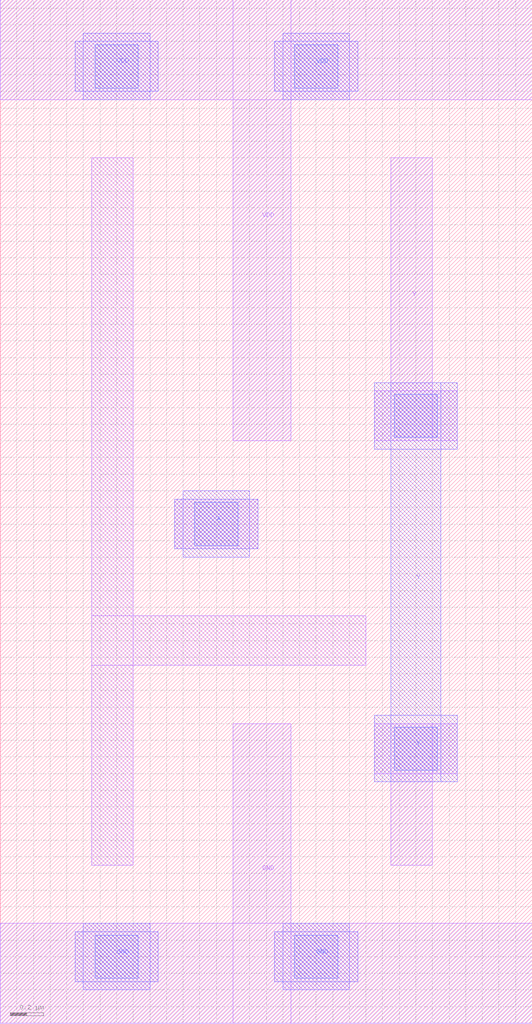
<source format=lef>
VERSION 5.7 ;
BUSBITCHARS "[]" ;
DIVIDERCHAR "/" ;

MACRO gf180mcu_osu_sc_9T_buf_1
  CLASS CORE ;
  ORIGIN 0 0 ;
  FOREIGN gf180mcu_osu_sc_9T_buf_1 0 0 ;
  SIZE 3.2 BY 6.15 ;
  SYMMETRY X Y ;
  SITE 9T ;
  PIN A
    DIRECTION INPUT ;
    USE SIGNAL ;
    PORT
      LAYER MET1 ;
        RECT 1.05 2.85 1.55 3.15 ;
      LAYER MET2 ;
        RECT 1.05 2.85 1.55 3.15 ;
        RECT 1.1 2.8 1.5 3.2 ;
      LAYER VIA12 ;
        RECT 1.17 2.87 1.43 3.13 ;
    END
  END A
  PIN GND
    DIRECTION INPUT ;
    USE SIGNAL ;
    PORT
      LAYER MET1 ;
        RECT 0 0 3.2 0.6 ;
        RECT 1.4 0 1.75 1.8 ;
      LAYER MET2 ;
        RECT 1.65 0.25 2.15 0.55 ;
        RECT 1.7 0.2 2.1 0.6 ;
        RECT 0.45 0.25 0.95 0.55 ;
        RECT 0.5 0.2 0.9 0.6 ;
      LAYER VIA12 ;
        RECT 0.57 0.27 0.83 0.53 ;
        RECT 1.77 0.27 2.03 0.53 ;
    END
  END GND
  PIN VDD
    DIRECTION INOUT ;
    USE POWER ;
    SHAPE ABUTMENT ;
    PORT
      LAYER MET1 ;
        RECT 0 5.55 3.2 6.15 ;
        RECT 1.4 3.5 1.75 6.15 ;
      LAYER MET2 ;
        RECT 1.65 5.6 2.15 5.9 ;
        RECT 1.7 5.55 2.1 5.95 ;
        RECT 0.45 5.6 0.95 5.9 ;
        RECT 0.5 5.55 0.9 5.95 ;
      LAYER VIA12 ;
        RECT 0.57 5.62 0.83 5.88 ;
        RECT 1.77 5.62 2.03 5.88 ;
    END
  END VDD
  PIN Y
    DIRECTION OUTPUT ;
    USE SIGNAL ;
    PORT
      LAYER MET1 ;
        RECT 2.25 1.5 2.75 1.8 ;
        RECT 2.35 0.95 2.6 1.8 ;
        RECT 2.25 3.5 2.75 3.8 ;
        RECT 2.35 3.5 2.6 5.2 ;
      LAYER MET2 ;
        RECT 2.25 3.45 2.75 3.85 ;
        RECT 2.25 1.45 2.75 1.85 ;
        RECT 2.35 1.45 2.65 3.85 ;
      LAYER VIA12 ;
        RECT 2.37 3.52 2.63 3.78 ;
        RECT 2.37 1.52 2.63 1.78 ;
    END
  END Y
  OBS
    LAYER MET1 ;
      RECT 0.55 0.95 0.8 5.2 ;
      RECT 0.55 2.15 2.2 2.45 ;
  END
END gf180mcu_osu_sc_9T_buf_1

</source>
